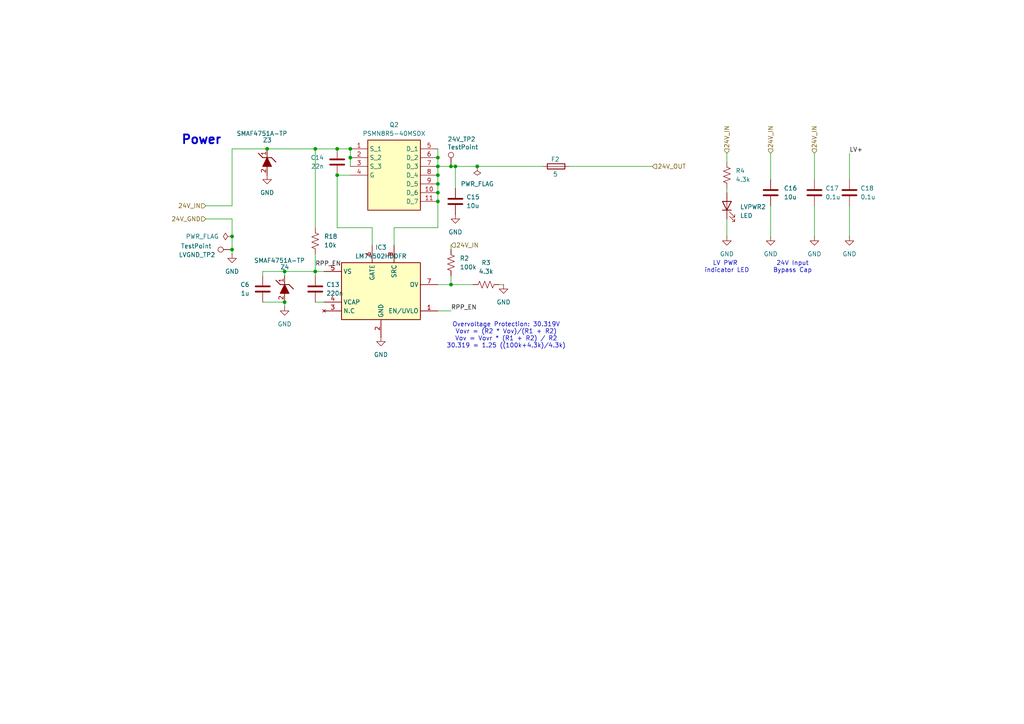
<source format=kicad_sch>
(kicad_sch (version 20250114) (generator "eeschema") (generator_version "9.0")
  (paper "A4")
  (lib_symbols
    (symbol "Connector:TestPoint" (pin_numbers (hide yes)) (pin_names (offset 0.762) (hide yes))
      (property "Reference" "TP" (at 0 6.858 0))
      (property "Value" "TestPoint" (at 0 5.08 0))
      (symbol "TestPoint_0_1"
        (circle (center 0 3.302) (radius 0.762))
      )
      (symbol "TestPoint_1_1"
        (pin passive line (at 0 0 90) (length 2.54) (name "1") (number "1"))
      )
    )
    (symbol "Device:C" (pin_numbers (hide yes)) (pin_names (offset 0.254))
      (property "Reference" "C" (at 0.635 2.54 0))
      (property "Value" "C" (at 0.635 -2.54 0))
      (symbol "C_0_1"
        (polyline (pts (xy -2.032 0.762) (xy 2.032 0.762)) (stroke (width 0.508)))
        (polyline (pts (xy -2.032 -0.762) (xy 2.032 -0.762)) (stroke (width 0.508)))
      )
      (symbol "C_1_1"
        (pin passive line (at 0 3.81 270) (length 2.794) (name "~") (number "1"))
        (pin passive line (at 0 -3.81 90) (length 2.794) (name "~") (number "2"))
      )
    )
    (symbol "Device:Fuse" (pin_numbers (hide yes)) (pin_names (offset 0))
      (property "Reference" "F" (at 2.032 0 90))
      (property "Value" "Fuse" (at -1.905 0 90))
      (symbol "Fuse_0_1"
        (rectangle (start -0.762 -2.54) (end 0.762 2.54) (stroke (width 0.254)))
        (polyline (pts (xy 0 2.54) (xy 0 -2.54)))
      )
      (symbol "Fuse_1_1"
        (pin passive line (at 0 3.81 270) (length 1.27) (name "~") (number "1"))
        (pin passive line (at 0 -3.81 90) (length 1.27) (name "~") (number "2"))
      )
    )
    (symbol "Device:LED" (pin_numbers (hide yes)) (pin_names (offset 1.016) (hide yes))
      (property "Reference" "D" (at 0 2.54 0))
      (property "Value" "LED" (at 0 -2.54 0))
      (symbol "LED_0_1"
        (polyline (pts (xy -3.048 -0.762) (xy -4.572 -2.286) (xy -3.81 -2.286) (xy -4.572 -2.286) (xy -4.572 -1.524)))
        (polyline (pts (xy -1.778 -0.762) (xy -3.302 -2.286) (xy -2.54 -2.286) (xy -3.302 -2.286) (xy -3.302 -1.524)))
        (polyline (pts (xy -1.27 0) (xy 1.27 0)))
        (polyline (pts (xy -1.27 -1.27) (xy -1.27 1.27)) (stroke (width 0.254)))
        (polyline (pts (xy 1.27 -1.27) (xy 1.27 1.27) (xy -1.27 0) (xy 1.27 -1.27)) (stroke (width 0.254)))
      )
      (symbol "LED_1_1"
        (pin passive line (at -3.81 0 0) (length 2.54) (name "K") (number "1"))
        (pin passive line (at 3.81 0 180) (length 2.54) (name "A") (number "2"))
      )
    )
    (symbol "Device:R_US" (pin_numbers (hide yes)) (pin_names (offset 0))
      (property "Reference" "R" (at 2.54 0 90))
      (property "Value" "R_US" (at -2.54 0 90))
      (symbol "R_US_0_1"
        (polyline (pts (xy 0 2.286) (xy 0 2.54)))
        (polyline (pts (xy 0 2.286) (xy 1.016 1.905) (xy 0 1.524) (xy -1.016 1.143) (xy 0 0.762)))
        (polyline (pts (xy 0 0.762) (xy 1.016 0.381) (xy 0 0) (xy -1.016 -0.381) (xy 0 -0.762)))
        (polyline (pts (xy 0 -0.762) (xy 1.016 -1.143) (xy 0 -1.524) (xy -1.016 -1.905) (xy 0 -2.286)))
        (polyline (pts (xy 0 -2.286) (xy 0 -2.54)))
      )
      (symbol "R_US_1_1"
        (pin passive line (at 0 3.81 270) (length 1.27) (name "~") (number "1"))
        (pin passive line (at 0 -3.81 90) (length 1.27) (name "~") (number "2"))
      )
    )
    (symbol "UTSVT_ICs:LM74502HDDFR"
      (property "Reference" "IC" (at 29.21 7.62 0))
      (property "Value" "LM74502HDDFR" (at 29.21 5.08 0))
      (symbol "LM74502HDDFR_1_1"
        (rectangle (start 5.08 2.54) (end 27.94 -13.97) (stroke (width 0.254)) (fill (type background)))
        (pin passive line (at 0 0 0) (length 5.08) (name "VS") (number "5"))
        (pin passive line (at 0 -8.89 0) (length 5.08) (name "VCAP") (number "4"))
        (pin no_connect line (at 0 -11.43 0) (length 5.08) (name "N.C") (number "3"))
        (pin passive line (at 13.97 7.62 270) (length 5.08) (name "GATE") (number "6"))
        (pin passive line (at 16.51 -19.05 90) (length 5.08) (name "GND") (number "2"))
        (pin passive line (at 20.32 7.62 270) (length 5.08) (name "SRC") (number "8"))
        (pin passive line (at 33.02 -3.81 180) (length 5.08) (name "OV") (number "7"))
        (pin passive line (at 33.02 -11.43 180) (length 5.08) (name "EN/UVLO") (number "1"))
      )
    )
    (symbol "UTSVT_Power:PSMN8R5-40MSDX"
      (property "Reference" "Q" (at 21.59 7.62 0))
      (property "Value" "PSMN8R5-40MSDX" (at 21.59 5.08 0))
      (symbol "PSMN8R5-40MSDX_1_1"
        (rectangle (start 5.08 2.54) (end 20.32 -17.78) (stroke (width 0.254)) (fill (type background)))
        (pin passive line (at 0 0 0) (length 5.08) (name "S_1") (number "1"))
        (pin passive line (at 0 -2.54 0) (length 5.08) (name "S_2") (number "2"))
        (pin passive line (at 0 -5.08 0) (length 5.08) (name "S_3") (number "3"))
        (pin passive line (at 0 -7.62 0) (length 5.08) (name "G") (number "4"))
        (pin passive line (at 25.4 0 180) (length 5.08) (name "D_1") (number "5"))
        (pin passive line (at 25.4 -2.54 180) (length 5.08) (name "D_2") (number "6"))
        (pin passive line (at 25.4 -5.08 180) (length 5.08) (name "D_3") (number "7"))
        (pin passive line (at 25.4 -7.62 180) (length 5.08) (name "D_4") (number "8"))
        (pin passive line (at 25.4 -10.16 180) (length 5.08) (name "D_5") (number "9"))
        (pin passive line (at 25.4 -12.7 180) (length 5.08) (name "D_6") (number "10"))
        (pin passive line (at 25.4 -15.24 180) (length 5.08) (name "D_7") (number "11"))
      )
    )
    (symbol "UTSVT_Power:SMAF4749A-TP" (pin_names (hide yes))
      (property "Reference" "Z" (at 10.16 8.89 0))
      (property "Value" "SMAF4749A-TP" (at 10.16 6.35 0))
      (symbol "SMAF4749A-TP_1_1"
        (polyline (pts (xy 3.81 -2.54) (xy 5.08 -1.27)) (stroke (width 0.254)))
        (polyline (pts (xy 5.08 1.27) (xy 5.08 -1.27)) (stroke (width 0.254)))
        (polyline (pts (xy 5.08 1.27) (xy 6.35 2.54)) (stroke (width 0.254)))
        (polyline (pts (xy 5.08 0) (xy 7.62 1.27) (xy 7.62 -1.27) (xy 5.08 0)) (stroke (width 0.254)) (fill (type outline)))
        (pin passive line (at 2.54 0 0) (length 2.54) (name "K") (number "1"))
        (pin passive line (at 10.16 0 180) (length 2.54) (name "A") (number "2"))
      )
    )
    (symbol "power:GND" (power) (pin_numbers (hide yes)) (pin_names (offset 0) (hide yes))
      (property "Value" "GND" (at 0 -3.81 0))
      (symbol "GND_0_1"
        (polyline (pts (xy 0 0) (xy 0 -1.27) (xy 1.27 -1.27) (xy 0 -2.54) (xy -1.27 -1.27) (xy 0 -1.27)))
      )
      (symbol "GND_1_1"
        (pin power_in line (at 0 0 270) (length 0) (name "~") (number "1"))
      )
    )
    (symbol "power:PWR_FLAG" (power) (pin_numbers (hide yes)) (pin_names (offset 0) (hide yes))
      (property "Value" "PWR_FLAG" (at 0 3.81 0))
      (symbol "PWR_FLAG_0_0"
        (pin power_out line (at 0 0 90) (length 0) (name "~") (number "1"))
      )
      (symbol "PWR_FLAG_0_1"
        (polyline (pts (xy 0 0) (xy 0 1.27) (xy -1.016 1.905) (xy 0 2.54) (xy 1.016 1.905) (xy 0 1.27)))
      )
    )
  )
  (text "Overvoltage Protection: 30.319V\nVovr = (R2 * Vov)/(R1 + R2)\nVov = Vovr * (R1 + R2) / R2\n30.319 = 1.25 ((100k+4.3k)/4.3k)" (at 146.812 97.282 0) (effects (font (size 1.27 1.27))))
  (text "24V Input\nBypass Cap" (at 229.87 77.47 0) (effects (font (size 1.27 1.27))))
  (text "Power" (at 58.42 40.64 0) (effects (font (size 2.54 2.54) (thickness 0.508) (bold yes))))
  (text "LV PWR \nindicator LED" (at 210.82 77.47 0) (effects (font (size 1.27 1.27))))
  (junction (at 77.47 43.18))
  (junction (at 101.6 45.72))
  (junction (at 67.31 68.58))
  (junction (at 82.55 87.63))
  (junction (at 127 55.88))
  (junction (at 127 48.26))
  (junction (at 101.6 43.18))
  (junction (at 127 58.42))
  (junction (at 127 50.8))
  (junction (at 130.81 48.26))
  (junction (at 91.44 78.74))
  (junction (at 132.08 48.26))
  (junction (at 67.31 72.39))
  (junction (at 130.81 82.55))
  (junction (at 97.79 50.8))
  (junction (at 138.43 48.26))
  (junction (at 97.79 43.18))
  (junction (at 127 45.72))
  (junction (at 82.55 78.74))
  (junction (at 91.44 43.18))
  (junction (at 127 53.34))
  (wire (pts (xy 67.31 68.58) (xy 67.31 72.39)))
  (wire (pts (xy 107.95 71.12) (xy 107.95 66.04)))
  (wire (pts (xy 101.6 45.72) (xy 101.6 48.26)))
  (wire (pts (xy 127 48.26) (xy 127 50.8)))
  (wire (pts (xy 236.22 59.69) (xy 236.22 68.58)))
  (wire (pts (xy 127 45.72) (xy 127 48.26)))
  (wire (pts (xy 67.31 43.18) (xy 77.47 43.18)))
  (wire (pts (xy 91.44 43.18) (xy 97.79 43.18)))
  (wire (pts (xy 246.38 59.69) (xy 246.38 68.58)))
  (wire (pts (xy 130.81 71.12) (xy 130.81 72.39)))
  (wire (pts (xy 77.47 43.18) (xy 91.44 43.18)))
  (wire (pts (xy 138.43 48.26) (xy 157.48 48.26)))
  (wire (pts (xy 67.31 43.18) (xy 67.31 59.69)))
  (wire (pts (xy 223.52 44.45) (xy 223.52 52.07)))
  (wire (pts (xy 223.52 59.69) (xy 223.52 68.58)))
  (wire (pts (xy 127 90.17) (xy 130.81 90.17)))
  (wire (pts (xy 91.44 87.63) (xy 93.98 87.63)))
  (wire (pts (xy 97.79 43.18) (xy 101.6 43.18)))
  (wire (pts (xy 236.22 44.45) (xy 236.22 52.07)))
  (wire (pts (xy 91.44 66.04) (xy 91.44 43.18)))
  (wire (pts (xy 76.2 78.74) (xy 82.55 78.74)))
  (wire (pts (xy 132.08 48.26) (xy 130.81 48.26)))
  (wire (pts (xy 91.44 73.66) (xy 91.44 78.74)))
  (wire (pts (xy 82.55 78.74) (xy 82.55 80.01)))
  (wire (pts (xy 132.08 48.26) (xy 138.43 48.26)))
  (wire (pts (xy 210.82 44.45) (xy 210.82 46.99)))
  (wire (pts (xy 127 53.34) (xy 127 55.88)))
  (wire (pts (xy 210.82 54.61) (xy 210.82 55.88)))
  (wire (pts (xy 114.3 66.04) (xy 127 66.04)))
  (wire (pts (xy 101.6 43.18) (xy 101.6 45.72)))
  (wire (pts (xy 127 82.55) (xy 130.81 82.55)))
  (wire (pts (xy 246.38 44.45) (xy 246.38 52.07)))
  (wire (pts (xy 76.2 78.74) (xy 76.2 80.01)))
  (wire (pts (xy 107.95 66.04) (xy 97.79 66.04)))
  (wire (pts (xy 127 55.88) (xy 127 58.42)))
  (wire (pts (xy 82.55 87.63) (xy 82.55 88.9)))
  (wire (pts (xy 127 43.18) (xy 127 45.72)))
  (wire (pts (xy 67.31 63.5) (xy 67.31 68.58)))
  (wire (pts (xy 127 48.26) (xy 130.81 48.26)))
  (wire (pts (xy 67.31 73.66) (xy 67.31 72.39)))
  (wire (pts (xy 127 58.42) (xy 127 66.04)))
  (wire (pts (xy 97.79 66.04) (xy 97.79 50.8)))
  (wire (pts (xy 91.44 78.74) (xy 93.98 78.74)))
  (wire (pts (xy 59.69 59.69) (xy 67.31 59.69)))
  (wire (pts (xy 130.81 80.01) (xy 130.81 82.55)))
  (wire (pts (xy 165.1 48.26) (xy 189.23 48.26)))
  (wire (pts (xy 130.81 82.55) (xy 137.16 82.55)))
  (wire (pts (xy 59.69 63.5) (xy 67.31 63.5)))
  (wire (pts (xy 114.3 71.12) (xy 114.3 66.04)))
  (wire (pts (xy 91.44 78.74) (xy 91.44 80.01)))
  (wire (pts (xy 210.82 63.5) (xy 210.82 68.58)))
  (wire (pts (xy 144.78 82.55) (xy 146.05 82.55)))
  (wire (pts (xy 127 50.8) (xy 127 53.34)))
  (wire (pts (xy 76.2 87.63) (xy 82.55 87.63)))
  (wire (pts (xy 82.55 78.74) (xy 91.44 78.74)))
  (wire (pts (xy 97.79 50.8) (xy 101.6 50.8)))
  (wire (pts (xy 132.08 48.26) (xy 132.08 54.61)))
  (label "RPP_EN" (at 91.44 77.47 0))
  (label "RPP_EN" (at 130.81 90.17 0))
  (label "LV+" (at 246.38 44.45 0))
  (hierarchical_label "24V_GND" (shape input) (at 59.69 63.5 180))
  (hierarchical_label "24V_IN" (shape input) (at 223.52 44.45 90))
  (hierarchical_label "24V_IN" (shape input) (at 236.22 44.45 90))
  (hierarchical_label "24V_IN" (shape input) (at 210.82 44.45 90))
  (hierarchical_label "24V_IN" (shape input) (at 130.81 71.12 0))
  (hierarchical_label "24V_OUT" (shape input) (at 189.23 48.26 0))
  (hierarchical_label "24V_IN" (shape input) (at 59.69 59.69 180))
  (symbol (lib_id "Device:C") (at 76.2 83.82 0) (mirror x) (unit 1)
    (property "Reference" "C6" (at 72.39 82.5499 0) (effects (justify right)))
    (property "Value" "1u" (at 72.39 85.0899 0) (effects (justify right)))
    (property "Footprint" "Capacitor_SMD:C_0603_1608Metric" (effects (hide yes)))
    (property "Description" "Unpolarized capacitor" (effects (hide yes)))
  )
  (symbol (lib_id "power:GND") (at 82.55 88.9 0) (unit 1)
    (property "Reference" "#PWR024" (effects (hide yes)))
    (property "Value" "GND" (at 82.55 93.98 0))
    (property "Description" "Power symbol creates a global label with name \"GND\" , ground" (effects (hide yes)))
  )
  (symbol (lib_id "power:PWR_FLAG") (at 138.43 48.26 180) (unit 1)
    (property "Reference" "#FLG03" (effects (hide yes)))
    (property "Value" "PWR_FLAG" (at 138.43 53.34 0))
    (property "Description" "Special symbol for telling ERC where power comes from" (effects (hide yes)))
  )
  (symbol (lib_id "power:GND") (at 110.49 97.79 0) (unit 1)
    (property "Reference" "#PWR025" (effects (hide yes)))
    (property "Value" "GND" (at 110.49 102.87 0))
    (property "Description" "Power symbol creates a global label with name \"GND\" , ground" (effects (hide yes)))
  )
  (symbol (lib_id "power:GND") (at 223.52 68.58 0) (unit 1)
    (property "Reference" "#PWR032" (effects (hide yes)))
    (property "Value" "GND" (at 223.52 73.66 0))
    (property "Description" "Power symbol creates a global label with name \"GND\" , ground" (effects (hide yes)))
  )
  (symbol (lib_id "Device:R_US") (at 91.44 69.85 0) (unit 1)
    (property "Reference" "R18" (at 93.98 68.5799 0) (effects (justify left)))
    (property "Value" "10k" (at 93.98 71.1199 0) (effects (justify left)))
    (property "Footprint" "Resistor_SMD:R_0603_1608Metric" (effects (hide yes)))
    (property "Description" "Resistor, US symbol" (effects (hide yes)))
  )
  (symbol (lib_id "Device:C") (at 132.08 58.42 0) (unit 1)
    (property "Reference" "C15" (at 135.255 57.1499 0) (effects (justify left)))
    (property "Value" "10u" (at 135.255 59.6899 0) (effects (justify left)))
    (property "Footprint" "Capacitor_SMD:C_0805_2012Metric" (effects (hide yes)))
    (property "Description" "Unpolarized capacitor" (effects (hide yes)))
  )
  (symbol (lib_id "Device:R_US") (at 210.82 50.8 0) (unit 1)
    (property "Reference" "R4" (at 213.36 49.5299 0) (effects (justify left)))
    (property "Value" "4.3k" (at 213.36 52.0699 0) (effects (justify left)))
    (property "Footprint" "Resistor_SMD:R_0603_1608Metric" (effects (hide yes)))
    (property "Description" "Resistor, US symbol" (effects (hide yes)))
  )
  (symbol (lib_id "Device:R_US") (at 130.81 76.2 0) (unit 1)
    (property "Reference" "R2" (at 133.35 74.9299 0) (effects (justify left)))
    (property "Value" "100k" (at 133.35 77.4699 0) (effects (justify left)))
    (property "Footprint" "Resistor_SMD:R_0603_1608Metric" (effects (hide yes)))
    (property "Description" "Resistor, US symbol" (effects (hide yes)))
  )
  (symbol (lib_id "UTSVT_ICs:LM74502HDDFR") (at 93.98 78.74 0) (unit 1)
    (property "Reference" "IC3" (at 110.49 71.755 0))
    (property "Value" "LM74502HDDFR" (at 110.49 74.295 0))
    (property "Footprint" "UTSVT_Power:SOT65P280X110-8N" (effects (hide yes)))
    (property "Datasheet" "https://www.ti.com/lit/ds/symlink/lm74502h.pdf?HQS=dis-mous-null-mousermode-dsf-pf-null-wwe&ts=1659509238199&ref_url=https%253A%252F%252Fwww.mouser.vn%252F" (effects (hide yes)))
    (property "Description" "Hot Swap Voltage Controllers 3.2-V to 65-V industrial RPP controller with load disconnect, OVP, and high gate drive" (effects (hide yes)))
    (property "Height" "1.1" (effects (hide yes)))
    (property "Mouser Part Number" "595-LM74502HDDFR" (effects (hide yes)))
    (property "Mouser Price/Stock" "https://www.mouser.co.uk/ProductDetail/Texas-Instruments/LM74502HDDFR?qs=t7xnP681wgWDbfat8Yg%252B%2Fg%3D%3D" (effects (hide yes)))
    (property "Manufacturer_Name" "Texas Instruments" (effects (hide yes)))
    (property "Manufacturer_Part_Number" "LM74502HDDFR" (effects (hide yes)))
  )
  (symbol (lib_id "Device:LED") (at 210.82 59.69 90) (unit 1)
    (property "Reference" "LVPWR2" (at 214.63 60.0074 90) (effects (justify right)))
    (property "Value" "LED" (at 214.63 62.5474 90) (effects (justify right)))
    (property "Footprint" "LED_SMD:LED_0603_1608Metric" (effects (hide yes)))
    (property "Description" "Light emitting diode" (effects (hide yes)))
    (property "Sim.Pins" "1=K 2=A" (effects (hide yes)))
  )
  (symbol (lib_id "power:PWR_FLAG") (at 67.31 68.58 90) (unit 1)
    (property "Reference" "#FLG01" (effects (hide yes)))
    (property "Value" "PWR_FLAG" (at 63.5 68.5799 90) (effects (justify left)))
    (property "Description" "Special symbol for telling ERC where power comes from" (effects (hide yes)))
  )
  (symbol (lib_id "power:GND") (at 246.38 68.58 0) (unit 1)
    (property "Reference" "#PWR035" (effects (hide yes)))
    (property "Value" "GND" (at 246.38 73.66 0))
    (property "Description" "Power symbol creates a global label with name \"GND\" , ground" (effects (hide yes)))
  )
  (symbol (lib_id "Connector:TestPoint") (at 67.31 72.39 90) (unit 1)
    (property "Reference" "LVGND_TP2" (at 57.15 73.914 90))
    (property "Value" "TestPoint" (at 56.896 71.374 90))
    (property "Footprint" "UTSVT_Special:TestPoint_HEX_3mmID" (effects (hide yes)))
    (property "Description" "test point" (effects (hide yes)))
  )
  (symbol (lib_id "Device:C") (at 223.52 55.88 0) (unit 1)
    (property "Reference" "C16" (at 227.33 54.6099 0) (effects (justify left)))
    (property "Value" "10u" (at 227.33 57.1499 0) (effects (justify left)))
    (property "Footprint" "Capacitor_SMD:C_0805_2012Metric" (effects (hide yes)))
    (property "Description" "Unpolarized capacitor" (effects (hide yes)))
  )
  (symbol (lib_id "UTSVT_Power:SMAF4749A-TP") (at 82.55 77.47 270) (unit 1)
    (property "Reference" "Z4" (at 81.28 77.47 90) (effects (justify left)))
    (property "Value" "SMAF4751A-TP" (at 73.66 75.565 90) (effects (justify left)))
    (property "Footprint" "UTSVT_Passives:SODFL5026X125N" (effects (hide yes)))
    (property "Datasheet" "https://www.mccsemi.com/pdf/Products/SMAF4735A_SMAF4764A(DO-221AC).pdf" (effects (hide yes)))
    (property "Description" "1.0 Watt Zener Diodes 6.2V to 100V" (effects (hide yes)))
    (property "Height" "1.25" (effects (hide yes)))
    (property "Mouser Part Number" "833-SMAF4749A-TP" (effects (hide yes)))
    (property "Mouser Price/Stock" "https://www.mouser.co.uk/ProductDetail/Micro-Commercial-Components-MCC/SMAF4749A-TP?qs=%252BXxaIXUDbq1bdSZ3Ebik%2FA%3D%3D" (effects (hide yes)))
    (property "Manufacturer_Name" "MCC" (effects (hide yes)))
    (property "Manufacturer_Part_Number" "SMAF4749A-TP" (effects (hide yes)))
  )
  (symbol (lib_id "power:GND") (at 146.05 82.55 0) (unit 1)
    (property "Reference" "#PWR028" (effects (hide yes)))
    (property "Value" "GND" (at 146.05 87.63 0))
    (property "Description" "Power symbol creates a global label with name \"GND\" , ground" (effects (hide yes)))
  )
  (symbol (lib_id "Device:C") (at 97.79 46.99 0) (mirror x) (unit 1)
    (property "Reference" "C14" (at 93.98 45.7199 0) (effects (justify right)))
    (property "Value" "22n" (at 93.98 48.2599 0) (effects (justify right)))
    (property "Footprint" "Capacitor_SMD:C_0603_1608Metric" (effects (hide yes)))
    (property "Description" "Unpolarized capacitor" (effects (hide yes)))
  )
  (symbol (lib_id "Device:C") (at 246.38 55.88 0) (unit 1)
    (property "Reference" "C18" (at 249.555 54.6099 0) (effects (justify left)))
    (property "Value" "0.1u" (at 249.555 57.1499 0) (effects (justify left)))
    (property "Footprint" "Capacitor_SMD:C_0603_1608Metric" (effects (hide yes)))
    (property "Description" "Unpolarized capacitor" (effects (hide yes)))
  )
  (symbol (lib_id "Connector:TestPoint") (at 130.81 48.26 0) (unit 1)
    (property "Reference" "24V_TP2" (at 129.794 40.386 0) (effects (justify left)))
    (property "Value" "TestPoint" (at 129.794 42.672 0) (effects (justify left)))
    (property "Footprint" "UTSVT_Special:TestPoint_HEX_3mmID" (effects (hide yes)))
    (property "Description" "test point" (effects (hide yes)))
  )
  (symbol (lib_id "UTSVT_Power:SMAF4749A-TP") (at 77.47 40.64 270) (unit 1)
    (property "Reference" "Z3" (at 76.2 40.64 90) (effects (justify left)))
    (property "Value" "SMAF4751A-TP" (at 68.58 38.735 90) (effects (justify left)))
    (property "Footprint" "UTSVT_Passives:SODFL5026X125N" (effects (hide yes)))
    (property "Datasheet" "https://www.mccsemi.com/pdf/Products/SMAF4735A_SMAF4764A(DO-221AC).pdf" (effects (hide yes)))
    (property "Description" "1.0 Watt Zener Diodes 6.2V to 100V" (effects (hide yes)))
    (property "Height" "1.25" (effects (hide yes)))
    (property "Mouser Part Number" "833-SMAF4749A-TP" (effects (hide yes)))
    (property "Mouser Price/Stock" "https://www.mouser.co.uk/ProductDetail/Micro-Commercial-Components-MCC/SMAF4749A-TP?qs=%252BXxaIXUDbq1bdSZ3Ebik%2FA%3D%3D" (effects (hide yes)))
    (property "Manufacturer_Name" "MCC" (effects (hide yes)))
    (property "Manufacturer_Part_Number" "SMAF4749A-TP" (effects (hide yes)))
  )
  (symbol (lib_id "power:GND") (at 210.82 68.58 0) (unit 1)
    (property "Reference" "#PWR030" (effects (hide yes)))
    (property "Value" "GND" (at 210.82 73.66 0))
    (property "Description" "Power symbol creates a global label with name \"GND\" , ground" (effects (hide yes)))
  )
  (symbol (lib_id "power:GND") (at 132.08 62.23 0) (unit 1)
    (property "Reference" "#PWR026" (effects (hide yes)))
    (property "Value" "GND" (at 132.08 67.31 0))
    (property "Description" "Power symbol creates a global label with name \"GND\" , ground" (effects (hide yes)))
  )
  (symbol (lib_id "Device:C") (at 236.22 55.88 0) (unit 1)
    (property "Reference" "C17" (at 239.395 54.6099 0) (effects (justify left)))
    (property "Value" "0.1u" (at 239.395 57.1499 0) (effects (justify left)))
    (property "Footprint" "Capacitor_SMD:C_0603_1608Metric" (effects (hide yes)))
    (property "Description" "Unpolarized capacitor" (effects (hide yes)))
  )
  (symbol (lib_id "Device:R_US") (at 140.97 82.55 90) (unit 1)
    (property "Reference" "R3" (at 140.97 76.2 90))
    (property "Value" "4.3k" (at 140.97 78.74 90))
    (property "Footprint" "Resistor_SMD:R_0603_1608Metric" (effects (hide yes)))
    (property "Description" "Resistor, US symbol" (effects (hide yes)))
  )
  (symbol (lib_id "Device:C") (at 91.44 83.82 0) (mirror y) (unit 1)
    (property "Reference" "C13" (at 94.615 82.5499 0) (effects (justify right)))
    (property "Value" "220n" (at 94.615 85.0899 0) (effects (justify right)))
    (property "Footprint" "Capacitor_SMD:C_0603_1608Metric" (effects (hide yes)))
    (property "Description" "Unpolarized capacitor" (effects (hide yes)))
  )
  (symbol (lib_id "power:GND") (at 236.22 68.58 0) (unit 1)
    (property "Reference" "#PWR034" (effects (hide yes)))
    (property "Value" "GND" (at 236.22 73.66 0))
    (property "Description" "Power symbol creates a global label with name \"GND\" , ground" (effects (hide yes)))
  )
  (symbol (lib_id "power:GND") (at 67.31 73.66 0) (unit 1)
    (property "Reference" "#PWR015" (effects (hide yes)))
    (property "Value" "GND" (at 67.31 78.74 0))
    (property "Description" "Power symbol creates a global label with name \"GND\" , ground" (effects (hide yes)))
  )
  (symbol (lib_id "power:GND") (at 77.47 50.8 0) (unit 1)
    (property "Reference" "#PWR023" (effects (hide yes)))
    (property "Value" "GND" (at 77.47 55.88 0))
    (property "Description" "Power symbol creates a global label with name \"GND\" , ground" (effects (hide yes)))
  )
  (symbol (lib_id "UTSVT_Power:PSMN8R5-40MSDX") (at 101.6 43.18 0) (unit 1)
    (property "Reference" "Q2" (at 114.3 36.195 0))
    (property "Value" "PSMN8R5-40MSDX" (at 114.3 38.735 0))
    (property "Footprint" "UTSVT_Power:PSMN8R5-40MSDX" (effects (hide yes)))
    (property "Datasheet" "https://assets.nexperia.com/documents/data-sheet/PSMN8R5-40MSD.pdf" (effects (hide yes)))
    (property "Description" "MOSFETs PSMN8R5-40MSD/SOT1210/mLFPAK" (effects (hide yes)))
    (property "Height" "1" (effects (hide yes)))
    (property "Mouser Part Number" "771-PSMN8R5-40MSDX" (effects (hide yes)))
    (property "Mouser Price/Stock" "https://www.mouser.co.uk/ProductDetail/Nexperia/PSMN8R5-40MSDX?qs=vHuUswq2%252BswjdnYdBdHaPw%3D%3D" (effects (hide yes)))
    (property "Manufacturer_Name" "Nexperia" (effects (hide yes)))
    (property "Manufacturer_Part_Number" "PSMN8R5-40MSDX" (effects (hide yes)))
  )
  (symbol (lib_id "Device:Fuse") (at 161.29 48.26 90) (unit 1)
    (property "Reference" "F2" (at 162.306 46.228 90) (effects (justify left)))
    (property "Value" "5" (at 161.798 50.546 90) (effects (justify left)))
    (property "Description" "Fuse" (effects (hide yes)))
  )
)
</source>
